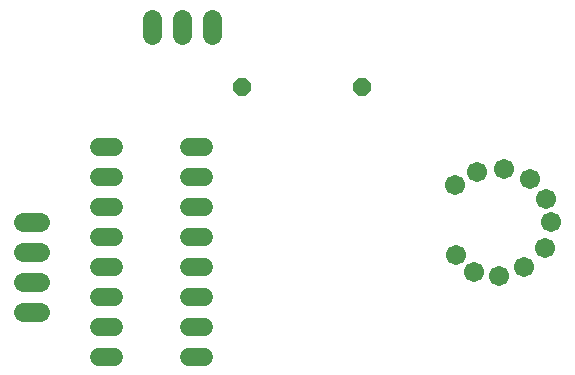
<source format=gbr>
G04 EAGLE Gerber RS-274X export*
G75*
%MOMM*%
%FSLAX34Y34*%
%LPD*%
%INSoldermask Top*%
%IPPOS*%
%AMOC8*
5,1,8,0,0,1.08239X$1,22.5*%
G01*
%ADD10C,1.625600*%
%ADD11C,1.524000*%
%ADD12P,1.649562X8X202.500000*%
%ADD13C,1.711200*%


D10*
X146812Y368300D02*
X132588Y368300D01*
X132588Y393700D02*
X146812Y393700D01*
X146812Y419100D02*
X132588Y419100D01*
X132588Y444500D02*
X146812Y444500D01*
X241300Y602488D02*
X241300Y616712D01*
X266700Y616712D02*
X266700Y602488D01*
X292100Y602488D02*
X292100Y616712D01*
D11*
X209804Y508000D02*
X196596Y508000D01*
X196596Y482600D02*
X209804Y482600D01*
X209804Y355600D02*
X196596Y355600D01*
X196596Y330200D02*
X209804Y330200D01*
X209804Y457200D02*
X196596Y457200D01*
X196596Y431800D02*
X209804Y431800D01*
X209804Y381000D02*
X196596Y381000D01*
X196596Y406400D02*
X209804Y406400D01*
X272796Y330200D02*
X286004Y330200D01*
X286004Y355600D02*
X272796Y355600D01*
X272796Y381000D02*
X286004Y381000D01*
X286004Y406400D02*
X272796Y406400D01*
X272796Y431800D02*
X286004Y431800D01*
X286004Y457200D02*
X272796Y457200D01*
X272796Y482600D02*
X286004Y482600D01*
X286004Y508000D02*
X272796Y508000D01*
D12*
X419100Y558800D03*
X317500Y558800D03*
D13*
X561702Y481157D03*
X575262Y463784D03*
X579434Y444158D03*
X573916Y422472D03*
X556876Y406126D03*
X535293Y398941D03*
X514331Y402276D03*
X498567Y416582D03*
X498504Y475513D03*
X516849Y486943D03*
X539238Y489106D03*
M02*

</source>
